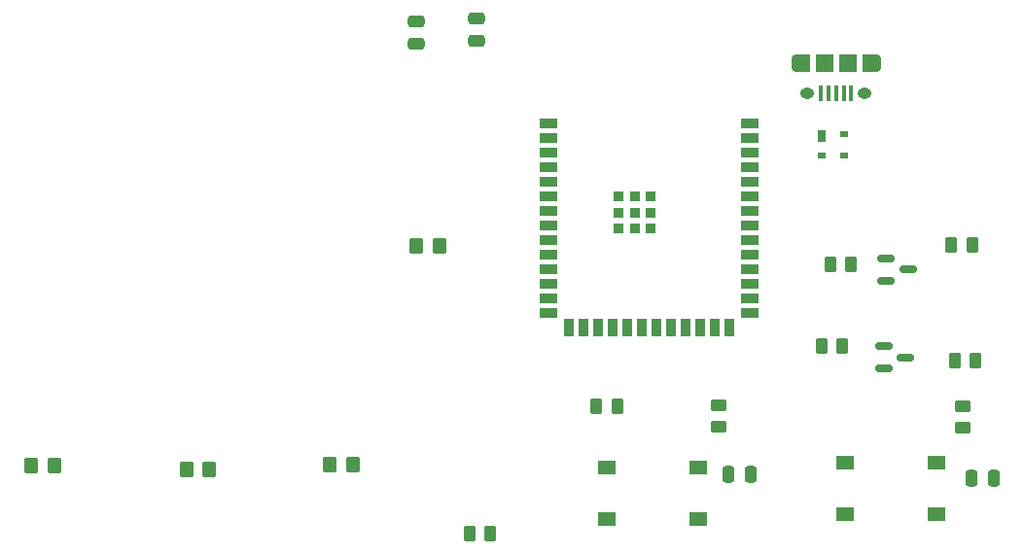
<source format=gbr>
%TF.GenerationSoftware,KiCad,Pcbnew,7.0.10*%
%TF.CreationDate,2024-03-26T16:58:00-05:00*%
%TF.ProjectId,shematic for power and light system,7368656d-6174-4696-9320-666f7220706f,rev?*%
%TF.SameCoordinates,Original*%
%TF.FileFunction,Paste,Top*%
%TF.FilePolarity,Positive*%
%FSLAX46Y46*%
G04 Gerber Fmt 4.6, Leading zero omitted, Abs format (unit mm)*
G04 Created by KiCad (PCBNEW 7.0.10) date 2024-03-26 16:58:00*
%MOMM*%
%LPD*%
G01*
G04 APERTURE LIST*
G04 Aperture macros list*
%AMRoundRect*
0 Rectangle with rounded corners*
0 $1 Rounding radius*
0 $2 $3 $4 $5 $6 $7 $8 $9 X,Y pos of 4 corners*
0 Add a 4 corners polygon primitive as box body*
4,1,4,$2,$3,$4,$5,$6,$7,$8,$9,$2,$3,0*
0 Add four circle primitives for the rounded corners*
1,1,$1+$1,$2,$3*
1,1,$1+$1,$4,$5*
1,1,$1+$1,$6,$7*
1,1,$1+$1,$8,$9*
0 Add four rect primitives between the rounded corners*
20,1,$1+$1,$2,$3,$4,$5,0*
20,1,$1+$1,$4,$5,$6,$7,0*
20,1,$1+$1,$6,$7,$8,$9,0*
20,1,$1+$1,$8,$9,$2,$3,0*%
G04 Aperture macros list end*
%ADD10RoundRect,0.250000X0.450000X-0.262500X0.450000X0.262500X-0.450000X0.262500X-0.450000X-0.262500X0*%
%ADD11RoundRect,0.250000X-0.262500X-0.450000X0.262500X-0.450000X0.262500X0.450000X-0.262500X0.450000X0*%
%ADD12O,0.890000X1.550000*%
%ADD13O,1.250000X0.950000*%
%ADD14R,0.400000X1.350000*%
%ADD15R,1.200000X1.550000*%
%ADD16R,1.500000X1.550000*%
%ADD17RoundRect,0.250000X-0.350000X-0.450000X0.350000X-0.450000X0.350000X0.450000X-0.350000X0.450000X0*%
%ADD18RoundRect,0.250000X-0.475000X0.250000X-0.475000X-0.250000X0.475000X-0.250000X0.475000X0.250000X0*%
%ADD19R,1.498600X0.889000*%
%ADD20R,0.889000X1.498600*%
%ADD21R,0.889000X0.889000*%
%ADD22RoundRect,0.250000X-0.250000X-0.475000X0.250000X-0.475000X0.250000X0.475000X-0.250000X0.475000X0*%
%ADD23R,1.550000X1.300000*%
%ADD24RoundRect,0.150000X-0.587500X-0.150000X0.587500X-0.150000X0.587500X0.150000X-0.587500X0.150000X0*%
%ADD25R,0.700000X1.000000*%
%ADD26R,0.700000X0.600000*%
%ADD27RoundRect,0.250000X-0.450000X0.262500X-0.450000X-0.262500X0.450000X-0.262500X0.450000X0.262500X0*%
G04 APERTURE END LIST*
D10*
%TO.C,R9*%
X195389789Y-113187108D03*
X195389789Y-111362108D03*
%TD*%
D11*
%TO.C,R4*%
X183805720Y-98968279D03*
X185630720Y-98968279D03*
%TD*%
D12*
%TO.C,J1*%
X187829553Y-81403458D03*
D13*
X186829553Y-84103458D03*
X181829553Y-84103458D03*
D12*
X180829553Y-81403458D03*
D14*
X185629553Y-84103458D03*
X184979553Y-84103458D03*
X184329553Y-84103458D03*
X183679553Y-84103458D03*
X183029553Y-84103458D03*
D15*
X187229553Y-81403458D03*
D16*
X185329553Y-81403458D03*
X183329553Y-81403458D03*
D15*
X181429553Y-81403458D03*
%TD*%
D17*
%TO.C,R2*%
X147768279Y-97342535D03*
X149768279Y-97342535D03*
%TD*%
D18*
%TO.C,C4*%
X147734090Y-77808016D03*
X147734090Y-79708016D03*
%TD*%
D17*
%TO.C,R11*%
X127772904Y-116853758D03*
X129772904Y-116853758D03*
%TD*%
D18*
%TO.C,C5*%
X153030094Y-77579309D03*
X153030094Y-79479309D03*
%TD*%
D19*
%TO.C,U1*%
X159312695Y-86720657D03*
X159312695Y-87990657D03*
X159312695Y-89260657D03*
X159312695Y-90530657D03*
X159312695Y-91800657D03*
X159312695Y-93070657D03*
X159312695Y-94340657D03*
X159312695Y-95610657D03*
X159312695Y-96880657D03*
X159312695Y-98150657D03*
X159312695Y-99420657D03*
X159312695Y-100690657D03*
X159312695Y-101960657D03*
X159312695Y-103230657D03*
D20*
X161077695Y-104480657D03*
X162347695Y-104480657D03*
X163617695Y-104480657D03*
X164887695Y-104480657D03*
X166157695Y-104480657D03*
X167427695Y-104480657D03*
X168697695Y-104480657D03*
X169967695Y-104480657D03*
X171237695Y-104480657D03*
X172507695Y-104480657D03*
X173777695Y-104480657D03*
X175047695Y-104480657D03*
D19*
X176812695Y-103230657D03*
X176812695Y-101960657D03*
X176812695Y-100690657D03*
X176812695Y-99420657D03*
X176812695Y-98150657D03*
X176812695Y-96880657D03*
X176812695Y-95610657D03*
X176812695Y-94340657D03*
X176812695Y-93070657D03*
X176812695Y-91800657D03*
X176812695Y-90530657D03*
X176812695Y-89260657D03*
X176812695Y-87990657D03*
X176812695Y-86720657D03*
D21*
X166812695Y-94440657D03*
X166812695Y-93040657D03*
X165412695Y-93040657D03*
X165412695Y-94440657D03*
X165412695Y-95840657D03*
X166812695Y-95840657D03*
X168212695Y-95840657D03*
X168212695Y-94440657D03*
X168212695Y-93040657D03*
%TD*%
D22*
%TO.C,C2*%
X196144003Y-117592762D03*
X198044003Y-117592762D03*
%TD*%
D11*
%TO.C,R8*%
X194650092Y-107369540D03*
X196475092Y-107369540D03*
%TD*%
D22*
%TO.C,C3*%
X174983053Y-117277855D03*
X176883053Y-117277855D03*
%TD*%
D23*
%TO.C,SW3*%
X164343961Y-116629239D03*
X172293961Y-116629239D03*
X164343961Y-121129239D03*
X172293961Y-121129239D03*
%TD*%
D17*
%TO.C,R12*%
X140256706Y-116415138D03*
X142256706Y-116415138D03*
%TD*%
D24*
%TO.C,Q3*%
X188478711Y-106104290D03*
X188478711Y-108004290D03*
X190353711Y-107054290D03*
%TD*%
D11*
%TO.C,R5*%
X183060401Y-106104290D03*
X184885401Y-106104290D03*
%TD*%
D25*
%TO.C,D1*%
X183045970Y-87816055D03*
D26*
X183045970Y-89516055D03*
X185045970Y-89516055D03*
X185045970Y-87616055D03*
%TD*%
D11*
%TO.C,R7*%
X194346432Y-97298149D03*
X196171432Y-97298149D03*
%TD*%
D23*
%TO.C,SW2*%
X185094064Y-116224359D03*
X193044064Y-116224359D03*
X185094064Y-120724359D03*
X193044064Y-120724359D03*
%TD*%
D11*
%TO.C,R3*%
X163469196Y-111302125D03*
X165294196Y-111302125D03*
%TD*%
D24*
%TO.C,Q2*%
X188696830Y-98473769D03*
X188696830Y-100373769D03*
X190571830Y-99423769D03*
%TD*%
D27*
%TO.C,R10*%
X174066106Y-111272134D03*
X174066106Y-113097134D03*
%TD*%
D17*
%TO.C,R1*%
X114252501Y-116516358D03*
X116252501Y-116516358D03*
%TD*%
D11*
%TO.C,R6*%
X152402474Y-122428829D03*
X154227474Y-122428829D03*
%TD*%
M02*

</source>
